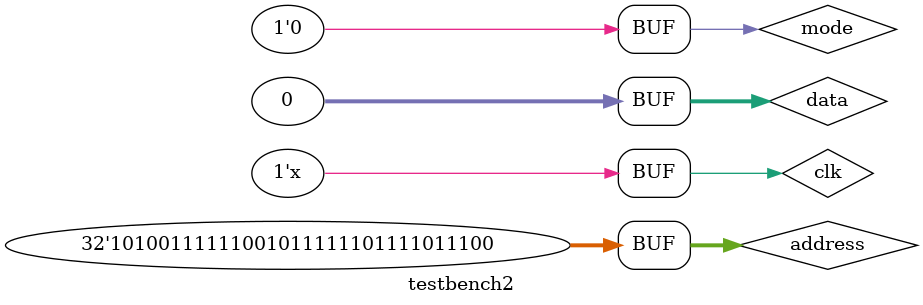
<source format=v>
`timescale 1ns / 1ps
module testbench2;

reg [31:0] address, data;
reg mode, clk;
wire [31:0] out;

memory tb(
	.address(address),
	.data(data),
	.mode(mode),
	.clk(clk),
	.out(out)
);

initial
begin
	clk = 1'b1;
	
	address = 32'b00000000000000000000000000000000;			// 0
	data =    32'b00000000000000000011100011000000;			// 14528
	mode = 1'b1;
	
	#20
	address = 32'b10100111111001011111101111011100;			// 2816867292 % size = 3036
	data =    32'b00000000000010000000100001010101;			// 526421
	mode = 1'b1;
	
	#20
	address = 32'b00000000000000000000000000000000;			// 0
	data =    32'b00000000000000000011100011000000;			// 14528
	mode = 1'b0;
	
	#20
	address = 32'b10100111111001011111101111011100;			// 2816867292 % size = 3036
	data =    32'b00000000000010000000100001010101;			// 526421
	mode = 1'b0;
	
	#20
	address = 32'b00000000000011110100011111010001;			// 1001425 % size = 2001
	data =    32'b00000001100000110001101100010110;			// 25369366
	mode = 1'b1;

	#20
	address = 32'b00000000000011110100011111010001;			// 1001425 % size = 2001
	data =    32'b00000001100000110001101100010110;			// 25369366
	mode = 1'b0;

	#20
	address = 32'b10100111111001011111101111011100;			// 2816867292 % size = 3036
	data =    32'b00000000000000000011100011000000;			// 14528
	mode = 1'b1;

	#20
	address = 32'b00000000000011110100011111010001;			// 1001425 % size = 2001
	data =    32'b00000000000000000011100011000000;			// 14528
	mode = 1'b1;

	#20
	address = 32'b00000000000011110100011111010001;			// 1001425 % size = 2001
	data =    32'b00000000000000000000000000000000;			// 0
	mode = 1'b0;
	
	#20
	address = 32'b10100111111001011111101111011100;			// 2816867292 % size = 3036
	data =    32'b00000000000000000000000000000000;			// 0
	mode = 1'b0;
end

initial
$monitor("address = %d data = %d mode = %d out = %d", address % 4096, data, mode, out);

always #10 clk = ~clk;

endmodule
</source>
